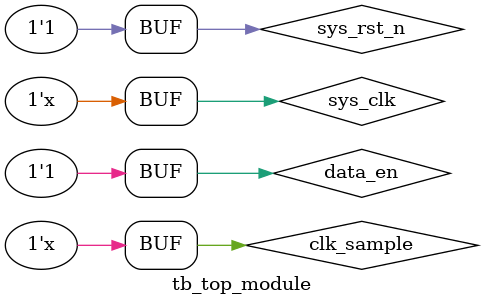
<source format=v>
`timescale 1ns / 1ps


module tb_top_module;

	// Inputs
	reg sys_clk;
	reg sys_rst_n;
	reg [7:0] ad_data;

	// Outputs
	wire [5:0] sel;
	wire [7:0] seg;
	wire ad_clk;

	// Internal signals
	reg clk_sample;
	reg data_en;
	reg [7:0] ad_data_reg;

	// Instantiate the Unit Under Test (UUT)
	top_module uut (
		.sys_clk(sys_clk), 
		.sys_rst_n(sys_rst_n), 
		.ad_data(ad_data), 
		.sel(sel), 
		.seg(seg), 
		.ad_clk(ad_clk)
	);

	initial begin
		// Initialize Inputs
		sys_clk = 1'b1;
		clk_sample = 1'b1;
		sys_rst_n = 1'b0;
		#200;
		sys_rst_n = 1'b1;
		data_en = 1'b0;
		#499990;
		data_en = 1'b1;
	end

	always #10 sys_clk = ~sys_clk;
	always #40 clk_sample = ~clk_sample;

	always @(posedge clk_sample or negedge sys_rst_n) begin
		if (sys_rst_n == 1'b0)
			ad_data_reg <= 8'd0;
		else if (data_en == 1'b1)
			ad_data_reg <= ad_data_reg + 1'b1;
		else 
			ad_data_reg <= 8'd0;
	end

	always @(posedge clk_sample or negedge sys_rst_n) begin
		if (sys_rst_n == 1'b0)
			ad_data <= 8'd0;
		else if (data_en == 1'b0)
			ad_data <= 8'd125;
		else if (data_en == 1'b1)
			ad_data <= ad_data_reg;
	end
      
endmodule


</source>
